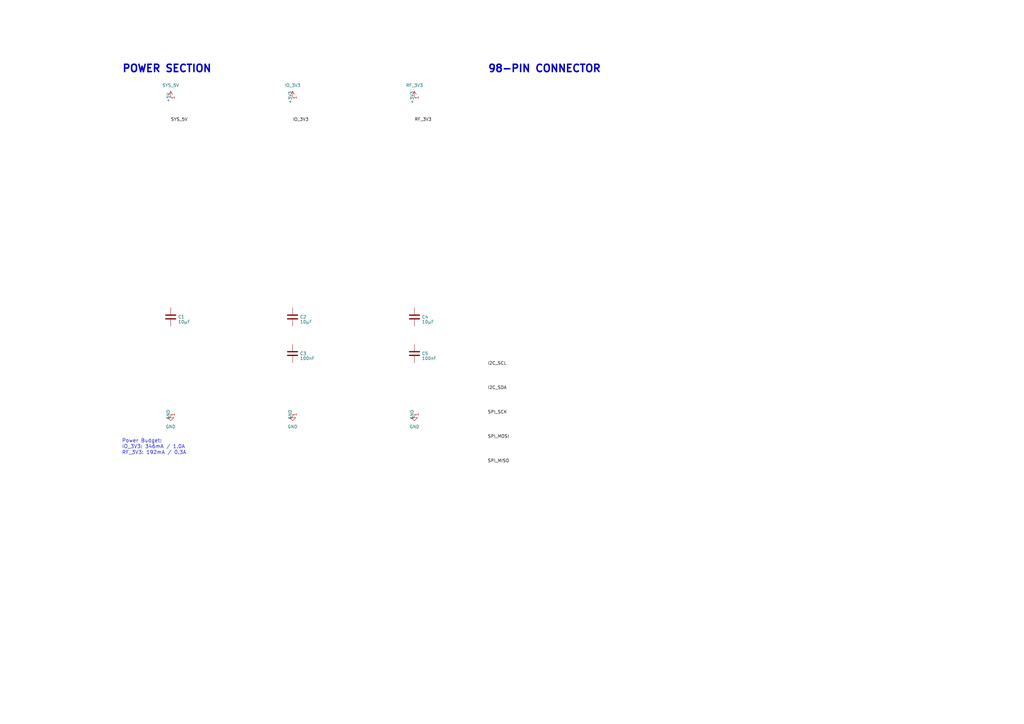
<source format=kicad_sch>
(kicad_sch (version 20231120) (generator "schematic_generator.py") (generator_version "1.0")
  (paper "A3")
  (title_block (title "VikingBoard 98-Pin") (date "2025-12-02") (rev "1.0") (company "VikingBoard Project"))
  (lib_symbols
    (symbol "power:GND" (power) (pin_names (offset 0))
      (property "Value" "GND" (at 0 -3.81 0))
      (symbol "GND_0_1"
        (polyline (pts (xy 0 0) (xy 0 -1.27) (xy 1.27 -1.27) (xy 0 -2.54) (xy -1.27 -1.27) (xy 0 -1.27)))
      )
      (symbol "GND_1_1"
        (pin power_in line (at 0 0 270) (length 0) (name "GND") (number "1"))
      )
    )
    (symbol "power:+3V3" (power) (pin_names (offset 0))
      (property "Value" "+3V3" (at 0 3.556 0))
      (symbol "+3V3_0_1"
        (polyline (pts (xy -0.762 1.27) (xy 0 2.54)))
        (polyline (pts (xy 0 0) (xy 0 2.54)))
        (polyline (pts (xy 0 2.54) (xy 0.762 1.27)))
      )
      (symbol "+3V3_1_1"
        (pin power_in line (at 0 0 90) (length 0) (name "+3V3") (number "1"))
      )
    )
    (symbol "power:+5V" (power) (pin_names (offset 0))
      (property "Value" "+5V" (at 0 3.556 0))
      (symbol "+5V_0_1"
        (polyline (pts (xy -0.762 1.27) (xy 0 2.54)))
        (polyline (pts (xy 0 0) (xy 0 2.54)))
        (polyline (pts (xy 0 2.54) (xy 0.762 1.27)))
      )
      (symbol "+5V_1_1"
        (pin power_in line (at 0 0 90) (length 0) (name "+5V") (number "1"))
      )
    )
    (symbol "Device:C" (pin_numbers hide) (pin_names (offset 0.254))
      (property "Reference" "C" (at 0 0 0))
      (property "Value" "C" (at 0 -2.54 0))
      (symbol "C_0_1"
        (polyline (pts (xy -2.032 -0.762) (xy 2.032 -0.762)) (stroke (width 0.508)))
        (polyline (pts (xy -2.032 0.762) (xy 2.032 0.762)) (stroke (width 0.508)))
      )
      (symbol "C_1_1"
        (pin passive line (at 0 3.81 270) (length 2.794) (name "~") (number "1"))
        (pin passive line (at 0 -3.81 90) (length 2.794) (name "~") (number "2"))
      )
    )
    (symbol "Device:R" (pin_numbers hide) (pin_names (offset 0))
      (property "Reference" "R" (at 0 0 90))
      (property "Value" "R" (at 0 0 90))
      (symbol "R_0_1"
        (rectangle (start -1.016 -2.54) (end 1.016 2.54) (stroke (width 0.254)))
      )
      (symbol "R_1_1"
        (pin passive line (at 0 3.81 270) (length 1.27) (name "~") (number "1"))
        (pin passive line (at 0 -3.81 90) (length 1.27) (name "~") (number "2"))
      )
    )
  )
  (text "POWER SECTION" (at 50 30 0) (effects (font (size 3 3) (thickness 0.6) bold) (justify left bottom)))
  (text "98-PIN CONNECTOR" (at 200 30 0) (effects (font (size 3 3) (thickness 0.6) bold) (justify left bottom)))
  (text "Power Budget:\nIO_3V3: 346mA / 1.0A\nRF_3V3: 192mA / 0.3A" (at 50 180 0) (effects (font (size 1.5 1.5)) (justify left top)))
  (symbol (lib_id "power:GND") (at 70 170 0) (unit 1)
    (property "Reference" "#PWR100" (effects hide))
    (property "Value" "GND" (at 70 175 0))
  )
  (symbol (lib_id "power:GND") (at 120 170 0) (unit 1)
    (property "Reference" "#PWR101" (effects hide))
    (property "Value" "GND" (at 120 175 0))
  )
  (symbol (lib_id "power:GND") (at 170 170 0) (unit 1)
    (property "Reference" "#PWR102" (effects hide))
    (property "Value" "GND" (at 170 175 0))
  )
  (symbol (lib_id "power:+5V") (at 70 40 0) (unit 1)
    (property "Reference" "#PWR103" (effects hide))
    (property "Value" "SYS_5V" (at 70 35 0))
  )
  (symbol (lib_id "power:+3V3") (at 120 40 0) (unit 1)
    (property "Reference" "#PWR104" (effects hide))
    (property "Value" "IO_3V3" (at 120 35 0))
  )
  (symbol (lib_id "power:+3V3") (at 170 40 0) (unit 1)
    (property "Reference" "#PWR105" (effects hide))
    (property "Value" "RF_3V3" (at 170 35 0))
  )
  (symbol (lib_id "vikingboard_connector:VIKINGBOARD_98PIN") (at 220 100 0) (unit 1)
    (property "Reference" "J1" (at 220 100 0))
    (property "Value" "VIKINGBOARD_98PIN" (at 220 95 0))
    (property "Footprint" "vikingboard:EDGE_CONNECTOR_98PIN" (effects hide))
  )
  (symbol (lib_id "vikingboard_components:AMS1117-3.3") (at 120 100 0) (unit 1)
    (property "Reference" "U1" (at 120 107 0))
    (property "Value" "AMS1117-3.3" (at 120 93 0))
    (property "Footprint" "Package_TO_SOT_SMD:SOT-223" (effects hide))
  )
  (symbol (lib_id "vikingboard_components:XC6206P332MR") (at 170 100 0) (unit 1)
    (property "Reference" "U2" (at 170 107 0))
    (property "Value" "XC6206P332MR" (at 170 93 0))
    (property "Footprint" "Package_TO_SOT_SMD:SOT-23-3" (effects hide))
  )
  (symbol (lib_id "vikingboard_components:IP2721") (at 70 100 0) (unit 1)
    (property "Reference" "U3" (at 70 112 0))
    (property "Value" "IP2721" (at 70 88 0))
    (property "Footprint" "Package_DFN_QFN:QFN-10" (effects hide))
  )
  (symbol (lib_id "Device:C") (at 70 130 0) (unit 1)
    (property "Reference" "C1" (at 73 130 0) (effects (justify left)))
    (property "Value" "10µF" (at 73 132 0) (effects (justify left)))
    (property "Footprint" "Capacitor_SMD:C_0805_2012Metric" (effects hide))
  )
  (symbol (lib_id "Device:C") (at 120 130 0) (unit 1)
    (property "Reference" "C2" (at 123 130 0) (effects (justify left)))
    (property "Value" "10µF" (at 123 132 0) (effects (justify left)))
    (property "Footprint" "Capacitor_SMD:C_0805_2012Metric" (effects hide))
  )
  (symbol (lib_id "Device:C") (at 120 145 0) (unit 1)
    (property "Reference" "C3" (at 123 145 0) (effects (justify left)))
    (property "Value" "100nF" (at 123 147 0) (effects (justify left)))
    (property "Footprint" "Capacitor_SMD:C_0805_2012Metric" (effects hide))
  )
  (symbol (lib_id "Device:C") (at 170 130 0) (unit 1)
    (property "Reference" "C4" (at 173 130 0) (effects (justify left)))
    (property "Value" "10µF" (at 173 132 0) (effects (justify left)))
    (property "Footprint" "Capacitor_SMD:C_0805_2012Metric" (effects hide))
  )
  (symbol (lib_id "Device:C") (at 170 145 0) (unit 1)
    (property "Reference" "C5" (at 173 145 0) (effects (justify left)))
    (property "Value" "100nF" (at 173 147 0) (effects (justify left)))
    (property "Footprint" "Capacitor_SMD:C_0805_2012Metric" (effects hide))
  )
  (label "SYS_5V" (at 70 50 0))
  (label "IO_3V3" (at 120 50 0))
  (label "RF_3V3" (at 170 50 0))
  (label "I2C_SCL" (at 200 150 0))
  (label "I2C_SDA" (at 200 160 0))
  (label "SPI_SCK" (at 200 170 0))
  (label "SPI_MOSI" (at 200 180 0))
  (label "SPI_MISO" (at 200 190 0))
)
</source>
